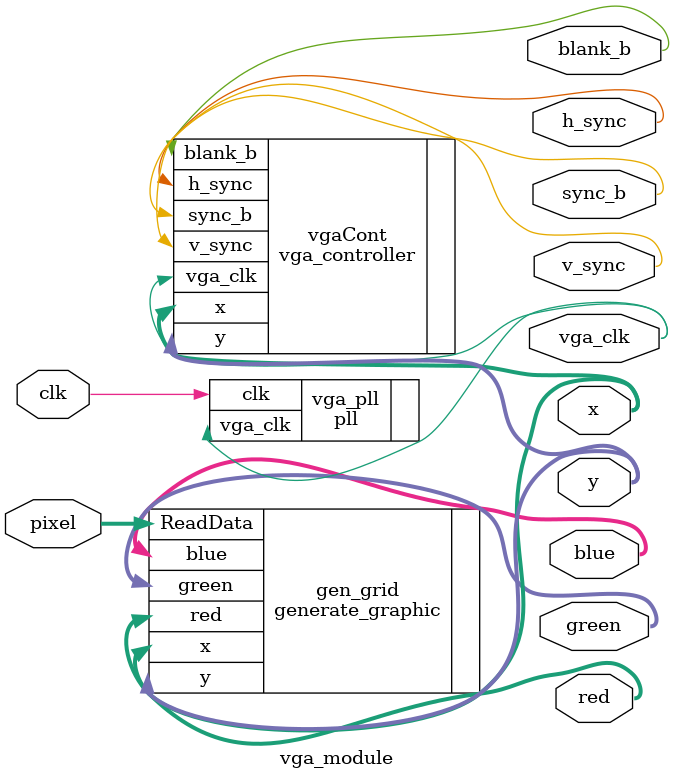
<source format=sv>
module vga_module(
    input logic [7:0] pixel, 
    input logic clk,
    output logic vga_clk, 
    output logic h_sync, 
    output logic v_sync, 
    output logic sync_b, 
    output logic blank_b,  
    output logic [7:0] red, 
    output logic [7:0] green, 
    output logic [7:0] blue,
    output logic [9:0] x,
    output logic [9:0] y
);

    pll vga_pll(.clk(clk), .vga_clk(vga_clk));
    
    vga_controller vgaCont(
        .vga_clk(vga_clk),
        .h_sync(h_sync),
        .v_sync(v_sync),
        .sync_b(sync_b),
        .blank_b(blank_b),
        .x(x),
        .y(y)
    );
    
    generate_graphic gen_grid(
        .x(x),
        .y(y),
        .ReadData(pixel),
        .red(red),
        .green(green),
        .blue(blue)
    );

endmodule

</source>
